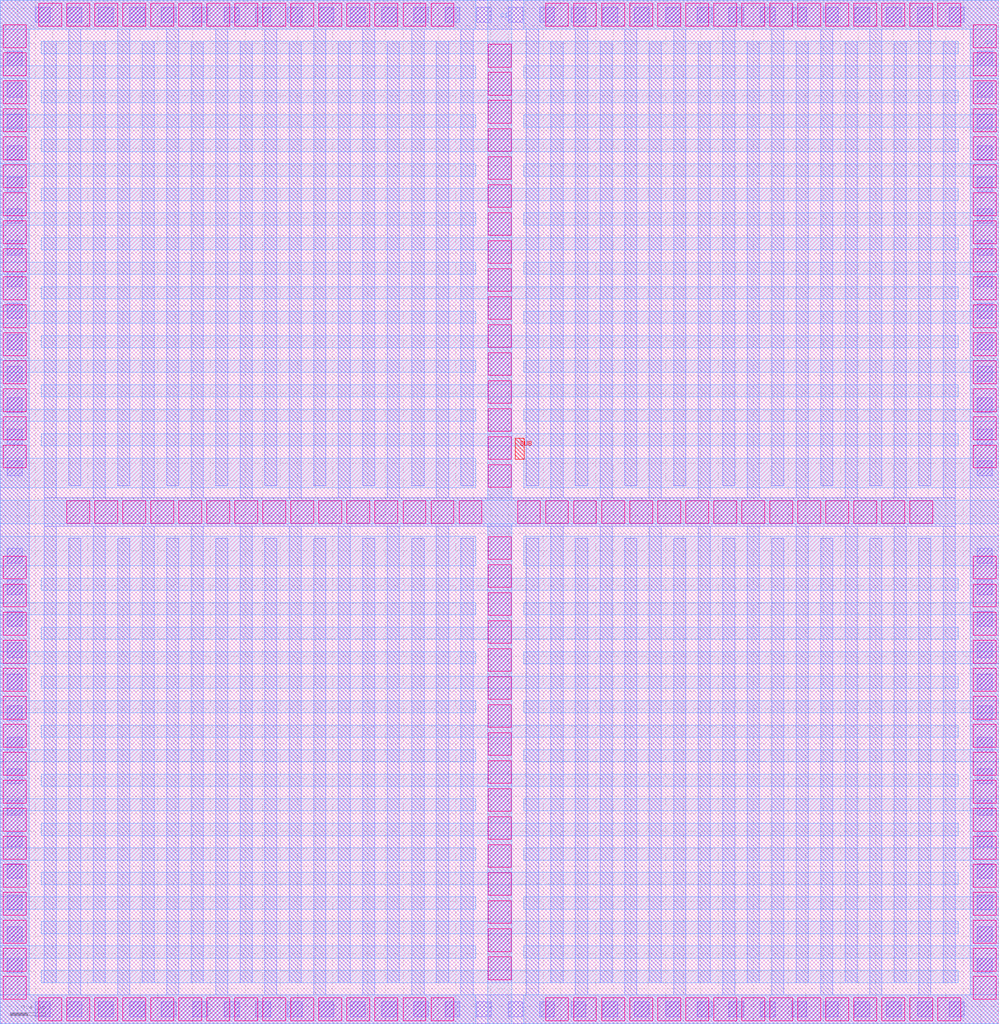
<source format=lef>
# Copyright 2020 The SkyWater PDK Authors
#
# Licensed under the Apache License, Version 2.0 (the "License");
# you may not use this file except in compliance with the License.
# You may obtain a copy of the License at
#
#     https://www.apache.org/licenses/LICENSE-2.0
#
# Unless required by applicable law or agreed to in writing, software
# distributed under the License is distributed on an "AS IS" BASIS,
# WITHOUT WARRANTIES OR CONDITIONS OF ANY KIND, either express or implied.
# See the License for the specific language governing permissions and
# limitations under the License.
#
# SPDX-License-Identifier: Apache-2.0

VERSION 5.7 ;
  NOWIREEXTENSIONATPIN ON ;
  DIVIDERCHAR "/" ;
  BUSBITCHARS "[]" ;
MACRO sky130_fd_pr__cap_vpp_11p5x11p7_m1m2_shieldl1
  CLASS BLOCK ;
  FOREIGN sky130_fd_pr__cap_vpp_11p5x11p7_m1m2_shieldl1 ;
  ORIGIN  0.000000  0.000000 ;
  SIZE  11.41000 BY  11.69000 ;
  PIN C0
    PORT
      LAYER met2 ;
        RECT  0.000000  0.000000  5.430000  0.330000 ;
        RECT  0.000000  0.330000  0.330000  0.750000 ;
        RECT  0.000000  0.750000  5.430000  0.890000 ;
        RECT  0.000000  0.890000  0.330000  1.310000 ;
        RECT  0.000000  1.310000  5.430000  1.450000 ;
        RECT  0.000000  1.450000  0.330000  1.870000 ;
        RECT  0.000000  1.870000  5.430000  2.010000 ;
        RECT  0.000000  2.010000  0.330000  2.430000 ;
        RECT  0.000000  2.430000  5.430000  2.570000 ;
        RECT  0.000000  2.570000  0.330000  2.990000 ;
        RECT  0.000000  2.990000  5.430000  3.130000 ;
        RECT  0.000000  3.130000  0.330000  3.550000 ;
        RECT  0.000000  3.550000  5.430000  3.690000 ;
        RECT  0.000000  3.690000  0.330000  4.110000 ;
        RECT  0.000000  4.110000  5.430000  4.250000 ;
        RECT  0.000000  4.250000  0.330000  4.670000 ;
        RECT  0.000000  4.670000  5.430000  4.810000 ;
        RECT  0.000000  4.810000  0.330000  5.230000 ;
        RECT  0.000000  5.230000  5.430000  5.570000 ;
        RECT  0.000000  6.120000  5.430000  6.460000 ;
        RECT  0.000000  6.460000  0.330000  6.880000 ;
        RECT  0.000000  6.880000  5.430000  7.020000 ;
        RECT  0.000000  7.020000  0.330000  7.440000 ;
        RECT  0.000000  7.440000  5.430000  7.580000 ;
        RECT  0.000000  7.580000  0.330000  8.000000 ;
        RECT  0.000000  8.000000  5.430000  8.140000 ;
        RECT  0.000000  8.140000  0.330000  8.560000 ;
        RECT  0.000000  8.560000  5.430000  8.700000 ;
        RECT  0.000000  8.700000  0.330000  9.120000 ;
        RECT  0.000000  9.120000  5.430000  9.260000 ;
        RECT  0.000000  9.260000  0.330000  9.680000 ;
        RECT  0.000000  9.680000  5.430000  9.820000 ;
        RECT  0.000000  9.820000  0.330000 10.240000 ;
        RECT  0.000000 10.240000  5.430000 10.380000 ;
        RECT  0.000000 10.380000  0.330000 10.800000 ;
        RECT  0.000000 10.800000  5.430000 10.940000 ;
        RECT  0.000000 10.940000  0.330000 11.360000 ;
        RECT  0.000000 11.360000  5.430000 11.690000 ;
        RECT  5.980000  0.000000 11.410000  0.330000 ;
        RECT  5.980000  0.750000 11.410000  0.890000 ;
        RECT  5.980000  1.310000 11.410000  1.450000 ;
        RECT  5.980000  1.870000 11.410000  2.010000 ;
        RECT  5.980000  2.430000 11.410000  2.570000 ;
        RECT  5.980000  2.990000 11.410000  3.130000 ;
        RECT  5.980000  3.550000 11.410000  3.690000 ;
        RECT  5.980000  4.110000 11.410000  4.250000 ;
        RECT  5.980000  4.670000 11.410000  4.810000 ;
        RECT  5.980000  5.230000 11.410000  5.570000 ;
        RECT  5.980000  6.120000 11.410000  6.460000 ;
        RECT  5.980000  6.880000 11.410000  7.020000 ;
        RECT  5.980000  7.440000 11.410000  7.580000 ;
        RECT  5.980000  8.000000 11.410000  8.140000 ;
        RECT  5.980000  8.560000 11.410000  8.700000 ;
        RECT  5.980000  9.120000 11.410000  9.260000 ;
        RECT  5.980000  9.680000 11.410000  9.820000 ;
        RECT  5.980000 10.240000 11.410000 10.380000 ;
        RECT  5.980000 10.800000 11.410000 10.940000 ;
        RECT  5.980000 11.360000 11.410000 11.690000 ;
        RECT 11.080000  0.330000 11.410000  0.750000 ;
        RECT 11.080000  0.890000 11.410000  1.310000 ;
        RECT 11.080000  1.450000 11.410000  1.870000 ;
        RECT 11.080000  2.010000 11.410000  2.430000 ;
        RECT 11.080000  2.570000 11.410000  2.990000 ;
        RECT 11.080000  3.130000 11.410000  3.550000 ;
        RECT 11.080000  3.690000 11.410000  4.110000 ;
        RECT 11.080000  4.250000 11.410000  4.670000 ;
        RECT 11.080000  4.810000 11.410000  5.230000 ;
        RECT 11.080000  6.460000 11.410000  6.880000 ;
        RECT 11.080000  7.020000 11.410000  7.440000 ;
        RECT 11.080000  7.580000 11.410000  8.000000 ;
        RECT 11.080000  8.140000 11.410000  8.560000 ;
        RECT 11.080000  8.700000 11.410000  9.120000 ;
        RECT 11.080000  9.260000 11.410000  9.680000 ;
        RECT 11.080000  9.820000 11.410000 10.240000 ;
        RECT 11.080000 10.380000 11.410000 10.800000 ;
        RECT 11.080000 10.940000 11.410000 11.360000 ;
    END
  END C0
  PIN C1
    PORT
      LAYER met2 ;
        RECT 0.000000  5.710000 11.410000  5.980000 ;
        RECT 0.470000  0.470000 10.940000  0.610000 ;
        RECT 0.470000  1.030000 10.940000  1.170000 ;
        RECT 0.470000  1.590000 10.940000  1.730000 ;
        RECT 0.470000  2.150000 10.940000  2.290000 ;
        RECT 0.470000  2.710000 10.940000  2.850000 ;
        RECT 0.470000  3.270000 10.940000  3.410000 ;
        RECT 0.470000  3.830000 10.940000  3.970000 ;
        RECT 0.470000  4.390000 10.940000  4.530000 ;
        RECT 0.470000  4.950000 10.940000  5.090000 ;
        RECT 0.470000  6.600000 10.940000  6.740000 ;
        RECT 0.470000  7.160000 10.940000  7.300000 ;
        RECT 0.470000  7.720000 10.940000  7.860000 ;
        RECT 0.470000  8.280000 10.940000  8.420000 ;
        RECT 0.470000  8.840000 10.940000  8.980000 ;
        RECT 0.470000  9.400000 10.940000  9.540000 ;
        RECT 0.470000  9.960000 10.940000 10.100000 ;
        RECT 0.470000 10.520000 10.940000 10.660000 ;
        RECT 0.470000 11.080000 10.940000 11.220000 ;
        RECT 5.570000  0.000000  5.840000  0.470000 ;
        RECT 5.570000  0.610000  5.840000  1.030000 ;
        RECT 5.570000  1.170000  5.840000  1.590000 ;
        RECT 5.570000  1.730000  5.840000  2.150000 ;
        RECT 5.570000  2.290000  5.840000  2.710000 ;
        RECT 5.570000  2.850000  5.840000  3.270000 ;
        RECT 5.570000  3.410000  5.840000  3.830000 ;
        RECT 5.570000  3.970000  5.840000  4.390000 ;
        RECT 5.570000  4.530000  5.840000  4.950000 ;
        RECT 5.570000  5.090000  5.840000  5.710000 ;
        RECT 5.570000  5.980000  5.840000  6.600000 ;
        RECT 5.570000  6.740000  5.840000  7.160000 ;
        RECT 5.570000  7.300000  5.840000  7.720000 ;
        RECT 5.570000  7.860000  5.840000  8.280000 ;
        RECT 5.570000  8.420000  5.840000  8.840000 ;
        RECT 5.570000  8.980000  5.840000  9.400000 ;
        RECT 5.570000  9.540000  5.840000  9.960000 ;
        RECT 5.570000 10.100000  5.840000 10.520000 ;
        RECT 5.570000 10.660000  5.840000 11.080000 ;
        RECT 5.570000 11.220000  5.840000 11.690000 ;
    END
  END C1
  PIN SUB
    PORT
      LAYER pwell ;
        RECT 5.880000 6.445000 5.985000 6.690000 ;
    END
  END SUB
  OBS
    LAYER li1 ;
      RECT 0.000000 0.000000 11.410000 11.690000 ;
    LAYER mcon ;
      RECT  0.080000  0.580000  0.250000  0.750000 ;
      RECT  0.080000  0.940000  0.250000  1.110000 ;
      RECT  0.080000  1.300000  0.250000  1.470000 ;
      RECT  0.080000  1.660000  0.250000  1.830000 ;
      RECT  0.080000  2.020000  0.250000  2.190000 ;
      RECT  0.080000  2.380000  0.250000  2.550000 ;
      RECT  0.080000  2.740000  0.250000  2.910000 ;
      RECT  0.080000  3.100000  0.250000  3.270000 ;
      RECT  0.080000  3.460000  0.250000  3.630000 ;
      RECT  0.080000  3.820000  0.250000  3.990000 ;
      RECT  0.080000  4.180000  0.250000  4.350000 ;
      RECT  0.080000  4.540000  0.250000  4.710000 ;
      RECT  0.080000  4.900000  0.250000  5.070000 ;
      RECT  0.080000  5.260000  0.250000  5.430000 ;
      RECT  0.080000  6.260000  0.250000  6.430000 ;
      RECT  0.080000  6.620000  0.250000  6.790000 ;
      RECT  0.080000  6.980000  0.250000  7.150000 ;
      RECT  0.080000  7.340000  0.250000  7.510000 ;
      RECT  0.080000  7.700000  0.250000  7.870000 ;
      RECT  0.080000  8.060000  0.250000  8.230000 ;
      RECT  0.080000  8.420000  0.250000  8.590000 ;
      RECT  0.080000  8.780000  0.250000  8.950000 ;
      RECT  0.080000  9.140000  0.250000  9.310000 ;
      RECT  0.080000  9.500000  0.250000  9.670000 ;
      RECT  0.080000  9.860000  0.250000 10.030000 ;
      RECT  0.080000 10.220000  0.250000 10.390000 ;
      RECT  0.080000 10.580000  0.250000 10.750000 ;
      RECT  0.080000 10.940000  0.250000 11.110000 ;
      RECT  0.400000  0.080000  0.570000  0.250000 ;
      RECT  0.400000 11.440000  0.570000 11.610000 ;
      RECT  0.760000  0.080000  0.930000  0.250000 ;
      RECT  0.760000 11.440000  0.930000 11.610000 ;
      RECT  1.120000  0.080000  1.290000  0.250000 ;
      RECT  1.120000 11.440000  1.290000 11.610000 ;
      RECT  1.480000  0.080000  1.650000  0.250000 ;
      RECT  1.480000 11.440000  1.650000 11.610000 ;
      RECT  1.840000  0.080000  2.010000  0.250000 ;
      RECT  1.840000 11.440000  2.010000 11.610000 ;
      RECT  2.200000  0.080000  2.370000  0.250000 ;
      RECT  2.200000 11.440000  2.370000 11.610000 ;
      RECT  2.560000  0.080000  2.730000  0.250000 ;
      RECT  2.560000 11.440000  2.730000 11.610000 ;
      RECT  2.920000  0.080000  3.090000  0.250000 ;
      RECT  2.920000 11.440000  3.090000 11.610000 ;
      RECT  3.280000  0.080000  3.450000  0.250000 ;
      RECT  3.280000 11.440000  3.450000 11.610000 ;
      RECT  3.640000  0.080000  3.810000  0.250000 ;
      RECT  3.640000 11.440000  3.810000 11.610000 ;
      RECT  4.000000  0.080000  4.170000  0.250000 ;
      RECT  4.000000 11.440000  4.170000 11.610000 ;
      RECT  4.360000  0.080000  4.530000  0.250000 ;
      RECT  4.360000 11.440000  4.530000 11.610000 ;
      RECT  4.720000  0.080000  4.890000  0.250000 ;
      RECT  4.720000 11.440000  4.890000 11.610000 ;
      RECT  5.080000  0.080000  5.250000  0.250000 ;
      RECT  5.080000 11.440000  5.250000 11.610000 ;
      RECT  5.440000  0.080000  5.610000  0.250000 ;
      RECT  5.440000 11.440000  5.610000 11.610000 ;
      RECT  5.800000  0.080000  5.970000  0.250000 ;
      RECT  5.800000 11.440000  5.970000 11.610000 ;
      RECT  6.160000  0.080000  6.330000  0.250000 ;
      RECT  6.160000 11.440000  6.330000 11.610000 ;
      RECT  6.520000  0.080000  6.690000  0.250000 ;
      RECT  6.520000 11.440000  6.690000 11.610000 ;
      RECT  6.880000  0.080000  7.050000  0.250000 ;
      RECT  6.880000 11.440000  7.050000 11.610000 ;
      RECT  7.240000  0.080000  7.410000  0.250000 ;
      RECT  7.240000 11.440000  7.410000 11.610000 ;
      RECT  7.600000  0.080000  7.770000  0.250000 ;
      RECT  7.600000 11.440000  7.770000 11.610000 ;
      RECT  7.960000  0.080000  8.130000  0.250000 ;
      RECT  7.960000 11.440000  8.130000 11.610000 ;
      RECT  8.320000  0.080000  8.490000  0.250000 ;
      RECT  8.320000 11.440000  8.490000 11.610000 ;
      RECT  8.680000  0.080000  8.850000  0.250000 ;
      RECT  8.680000 11.440000  8.850000 11.610000 ;
      RECT  9.040000  0.080000  9.210000  0.250000 ;
      RECT  9.040000 11.440000  9.210000 11.610000 ;
      RECT  9.400000  0.080000  9.570000  0.250000 ;
      RECT  9.400000 11.440000  9.570000 11.610000 ;
      RECT  9.760000  0.080000  9.930000  0.250000 ;
      RECT  9.760000 11.440000  9.930000 11.610000 ;
      RECT 10.120000  0.080000 10.290000  0.250000 ;
      RECT 10.120000 11.440000 10.290000 11.610000 ;
      RECT 10.480000  0.080000 10.650000  0.250000 ;
      RECT 10.480000 11.440000 10.650000 11.610000 ;
      RECT 10.840000  0.080000 11.010000  0.250000 ;
      RECT 10.840000 11.440000 11.010000 11.610000 ;
      RECT 11.160000  0.580000 11.330000  0.750000 ;
      RECT 11.160000  0.940000 11.330000  1.110000 ;
      RECT 11.160000  1.300000 11.330000  1.470000 ;
      RECT 11.160000  1.660000 11.330000  1.830000 ;
      RECT 11.160000  2.020000 11.330000  2.190000 ;
      RECT 11.160000  2.380000 11.330000  2.550000 ;
      RECT 11.160000  2.740000 11.330000  2.910000 ;
      RECT 11.160000  3.100000 11.330000  3.270000 ;
      RECT 11.160000  3.460000 11.330000  3.630000 ;
      RECT 11.160000  3.820000 11.330000  3.990000 ;
      RECT 11.160000  4.180000 11.330000  4.350000 ;
      RECT 11.160000  4.540000 11.330000  4.710000 ;
      RECT 11.160000  4.900000 11.330000  5.070000 ;
      RECT 11.160000  5.260000 11.330000  5.430000 ;
      RECT 11.160000  6.260000 11.330000  6.430000 ;
      RECT 11.160000  6.620000 11.330000  6.790000 ;
      RECT 11.160000  6.980000 11.330000  7.150000 ;
      RECT 11.160000  7.340000 11.330000  7.510000 ;
      RECT 11.160000  7.700000 11.330000  7.870000 ;
      RECT 11.160000  8.060000 11.330000  8.230000 ;
      RECT 11.160000  8.420000 11.330000  8.590000 ;
      RECT 11.160000  8.780000 11.330000  8.950000 ;
      RECT 11.160000  9.140000 11.330000  9.310000 ;
      RECT 11.160000  9.500000 11.330000  9.670000 ;
      RECT 11.160000  9.860000 11.330000 10.030000 ;
      RECT 11.160000 10.220000 11.330000 10.390000 ;
      RECT 11.160000 10.580000 11.330000 10.750000 ;
      RECT 11.160000 10.940000 11.330000 11.110000 ;
    LAYER met1 ;
      RECT  0.000000  0.000000 11.410000  0.330000 ;
      RECT  0.000000  0.330000  0.330000 11.360000 ;
      RECT  0.000000 11.360000 11.410000 11.690000 ;
      RECT  0.500000  0.470000  0.640000  5.685000 ;
      RECT  0.500000  5.685000 10.910000  6.005000 ;
      RECT  0.500000  6.005000  0.640000 11.220000 ;
      RECT  0.780000  0.330000  0.920000  5.545000 ;
      RECT  0.780000  6.145000  0.920000 11.360000 ;
      RECT  1.060000  0.470000  1.200000  5.685000 ;
      RECT  1.060000  6.005000  1.200000 11.220000 ;
      RECT  1.340000  0.330000  1.480000  5.545000 ;
      RECT  1.340000  6.145000  1.480000 11.360000 ;
      RECT  1.620000  0.470000  1.760000  5.685000 ;
      RECT  1.620000  6.005000  1.760000 11.220000 ;
      RECT  1.900000  0.330000  2.040000  5.545000 ;
      RECT  1.900000  6.145000  2.040000 11.360000 ;
      RECT  2.180000  0.470000  2.320000  5.685000 ;
      RECT  2.180000  6.005000  2.320000 11.220000 ;
      RECT  2.460000  0.330000  2.600000  5.545000 ;
      RECT  2.460000  6.145000  2.600000 11.360000 ;
      RECT  2.740000  0.470000  2.880000  5.685000 ;
      RECT  2.740000  6.005000  2.880000 11.220000 ;
      RECT  3.020000  0.330000  3.160000  5.545000 ;
      RECT  3.020000  6.145000  3.160000 11.360000 ;
      RECT  3.300000  0.470000  3.440000  5.685000 ;
      RECT  3.300000  6.005000  3.440000 11.220000 ;
      RECT  3.580000  0.330000  3.720000  5.545000 ;
      RECT  3.580000  6.145000  3.720000 11.360000 ;
      RECT  3.860000  0.470000  4.000000  5.685000 ;
      RECT  3.860000  6.005000  4.000000 11.220000 ;
      RECT  4.140000  0.330000  4.280000  5.545000 ;
      RECT  4.140000  6.145000  4.280000 11.360000 ;
      RECT  4.420000  0.470000  4.560000  5.685000 ;
      RECT  4.420000  6.005000  4.560000 11.220000 ;
      RECT  4.700000  0.330000  4.840000  5.545000 ;
      RECT  4.700000  6.145000  4.840000 11.360000 ;
      RECT  4.980000  0.470000  5.120000  5.685000 ;
      RECT  4.980000  6.005000  5.120000 11.220000 ;
      RECT  5.260000  0.330000  5.400000  5.545000 ;
      RECT  5.260000  6.145000  5.400000 11.360000 ;
      RECT  5.570000  0.470000  5.840000  5.685000 ;
      RECT  5.570000  6.005000  5.840000 11.220000 ;
      RECT  6.010000  0.330000  6.150000  5.545000 ;
      RECT  6.010000  6.145000  6.150000 11.360000 ;
      RECT  6.290000  0.470000  6.430000  5.685000 ;
      RECT  6.290000  6.005000  6.430000 11.220000 ;
      RECT  6.570000  0.330000  6.710000  5.545000 ;
      RECT  6.570000  6.145000  6.710000 11.360000 ;
      RECT  6.850000  0.470000  6.990000  5.685000 ;
      RECT  6.850000  6.005000  6.990000 11.220000 ;
      RECT  7.130000  0.330000  7.270000  5.545000 ;
      RECT  7.130000  6.145000  7.270000 11.360000 ;
      RECT  7.410000  0.470000  7.550000  5.685000 ;
      RECT  7.410000  6.005000  7.550000 11.220000 ;
      RECT  7.690000  0.330000  7.830000  5.545000 ;
      RECT  7.690000  6.145000  7.830000 11.360000 ;
      RECT  7.970000  0.470000  8.110000  5.685000 ;
      RECT  7.970000  6.005000  8.110000 11.220000 ;
      RECT  8.250000  0.330000  8.390000  5.545000 ;
      RECT  8.250000  6.145000  8.390000 11.360000 ;
      RECT  8.530000  0.470000  8.670000  5.685000 ;
      RECT  8.530000  6.005000  8.670000 11.220000 ;
      RECT  8.810000  0.330000  8.950000  5.545000 ;
      RECT  8.810000  6.145000  8.950000 11.360000 ;
      RECT  9.090000  0.470000  9.230000  5.685000 ;
      RECT  9.090000  6.005000  9.230000 11.220000 ;
      RECT  9.370000  0.330000  9.510000  5.545000 ;
      RECT  9.370000  6.145000  9.510000 11.360000 ;
      RECT  9.650000  0.470000  9.790000  5.685000 ;
      RECT  9.650000  6.005000  9.790000 11.220000 ;
      RECT  9.930000  0.330000 10.070000  5.545000 ;
      RECT  9.930000  6.145000 10.070000 11.360000 ;
      RECT 10.210000  0.470000 10.350000  5.685000 ;
      RECT 10.210000  6.005000 10.350000 11.220000 ;
      RECT 10.490000  0.330000 10.630000  5.545000 ;
      RECT 10.490000  6.145000 10.630000 11.360000 ;
      RECT 10.770000  0.470000 10.910000  5.685000 ;
      RECT 10.770000  6.005000 10.910000 11.220000 ;
      RECT 11.080000  0.330000 11.410000 11.360000 ;
    LAYER via ;
      RECT  0.035000  0.280000  0.295000  0.540000 ;
      RECT  0.035000  0.600000  0.295000  0.860000 ;
      RECT  0.035000  0.920000  0.295000  1.180000 ;
      RECT  0.035000  1.240000  0.295000  1.500000 ;
      RECT  0.035000  1.560000  0.295000  1.820000 ;
      RECT  0.035000  1.880000  0.295000  2.140000 ;
      RECT  0.035000  2.200000  0.295000  2.460000 ;
      RECT  0.035000  2.520000  0.295000  2.780000 ;
      RECT  0.035000  2.840000  0.295000  3.100000 ;
      RECT  0.035000  3.160000  0.295000  3.420000 ;
      RECT  0.035000  3.480000  0.295000  3.740000 ;
      RECT  0.035000  3.800000  0.295000  4.060000 ;
      RECT  0.035000  4.120000  0.295000  4.380000 ;
      RECT  0.035000  4.440000  0.295000  4.700000 ;
      RECT  0.035000  4.760000  0.295000  5.020000 ;
      RECT  0.035000  5.080000  0.295000  5.340000 ;
      RECT  0.035000  6.350000  0.295000  6.610000 ;
      RECT  0.035000  6.670000  0.295000  6.930000 ;
      RECT  0.035000  6.990000  0.295000  7.250000 ;
      RECT  0.035000  7.310000  0.295000  7.570000 ;
      RECT  0.035000  7.630000  0.295000  7.890000 ;
      RECT  0.035000  7.950000  0.295000  8.210000 ;
      RECT  0.035000  8.270000  0.295000  8.530000 ;
      RECT  0.035000  8.590000  0.295000  8.850000 ;
      RECT  0.035000  8.910000  0.295000  9.170000 ;
      RECT  0.035000  9.230000  0.295000  9.490000 ;
      RECT  0.035000  9.550000  0.295000  9.810000 ;
      RECT  0.035000  9.870000  0.295000 10.130000 ;
      RECT  0.035000 10.190000  0.295000 10.450000 ;
      RECT  0.035000 10.510000  0.295000 10.770000 ;
      RECT  0.035000 10.830000  0.295000 11.090000 ;
      RECT  0.035000 11.150000  0.295000 11.410000 ;
      RECT  0.440000  0.035000  0.700000  0.295000 ;
      RECT  0.440000 11.395000  0.700000 11.655000 ;
      RECT  0.760000  0.035000  1.020000  0.295000 ;
      RECT  0.760000  5.715000  1.020000  5.975000 ;
      RECT  0.760000 11.395000  1.020000 11.655000 ;
      RECT  1.080000  0.035000  1.340000  0.295000 ;
      RECT  1.080000  5.715000  1.340000  5.975000 ;
      RECT  1.080000 11.395000  1.340000 11.655000 ;
      RECT  1.400000  0.035000  1.660000  0.295000 ;
      RECT  1.400000  5.715000  1.660000  5.975000 ;
      RECT  1.400000 11.395000  1.660000 11.655000 ;
      RECT  1.720000  0.035000  1.980000  0.295000 ;
      RECT  1.720000  5.715000  1.980000  5.975000 ;
      RECT  1.720000 11.395000  1.980000 11.655000 ;
      RECT  2.040000  0.035000  2.300000  0.295000 ;
      RECT  2.040000  5.715000  2.300000  5.975000 ;
      RECT  2.040000 11.395000  2.300000 11.655000 ;
      RECT  2.360000  0.035000  2.620000  0.295000 ;
      RECT  2.360000  5.715000  2.620000  5.975000 ;
      RECT  2.360000 11.395000  2.620000 11.655000 ;
      RECT  2.680000  0.035000  2.940000  0.295000 ;
      RECT  2.680000  5.715000  2.940000  5.975000 ;
      RECT  2.680000 11.395000  2.940000 11.655000 ;
      RECT  3.000000  0.035000  3.260000  0.295000 ;
      RECT  3.000000  5.715000  3.260000  5.975000 ;
      RECT  3.000000 11.395000  3.260000 11.655000 ;
      RECT  3.320000  0.035000  3.580000  0.295000 ;
      RECT  3.320000  5.715000  3.580000  5.975000 ;
      RECT  3.320000 11.395000  3.580000 11.655000 ;
      RECT  3.640000  0.035000  3.900000  0.295000 ;
      RECT  3.640000  5.715000  3.900000  5.975000 ;
      RECT  3.640000 11.395000  3.900000 11.655000 ;
      RECT  3.960000  0.035000  4.220000  0.295000 ;
      RECT  3.960000  5.715000  4.220000  5.975000 ;
      RECT  3.960000 11.395000  4.220000 11.655000 ;
      RECT  4.280000  0.035000  4.540000  0.295000 ;
      RECT  4.280000  5.715000  4.540000  5.975000 ;
      RECT  4.280000 11.395000  4.540000 11.655000 ;
      RECT  4.600000  0.035000  4.860000  0.295000 ;
      RECT  4.600000  5.715000  4.860000  5.975000 ;
      RECT  4.600000 11.395000  4.860000 11.655000 ;
      RECT  4.920000  0.035000  5.180000  0.295000 ;
      RECT  4.920000  5.715000  5.180000  5.975000 ;
      RECT  4.920000 11.395000  5.180000 11.655000 ;
      RECT  5.240000  5.715000  5.500000  5.975000 ;
      RECT  5.575000  0.505000  5.835000  0.765000 ;
      RECT  5.575000  0.825000  5.835000  1.085000 ;
      RECT  5.575000  1.145000  5.835000  1.405000 ;
      RECT  5.575000  1.465000  5.835000  1.725000 ;
      RECT  5.575000  1.785000  5.835000  2.045000 ;
      RECT  5.575000  2.105000  5.835000  2.365000 ;
      RECT  5.575000  2.425000  5.835000  2.685000 ;
      RECT  5.575000  2.745000  5.835000  3.005000 ;
      RECT  5.575000  3.065000  5.835000  3.325000 ;
      RECT  5.575000  3.385000  5.835000  3.645000 ;
      RECT  5.575000  3.705000  5.835000  3.965000 ;
      RECT  5.575000  4.025000  5.835000  4.285000 ;
      RECT  5.575000  4.345000  5.835000  4.605000 ;
      RECT  5.575000  4.665000  5.835000  4.925000 ;
      RECT  5.575000  4.985000  5.835000  5.245000 ;
      RECT  5.575000  5.305000  5.835000  5.565000 ;
      RECT  5.575000  6.125000  5.835000  6.385000 ;
      RECT  5.575000  6.445000  5.835000  6.705000 ;
      RECT  5.575000  6.765000  5.835000  7.025000 ;
      RECT  5.575000  7.085000  5.835000  7.345000 ;
      RECT  5.575000  7.405000  5.835000  7.665000 ;
      RECT  5.575000  7.725000  5.835000  7.985000 ;
      RECT  5.575000  8.045000  5.835000  8.305000 ;
      RECT  5.575000  8.365000  5.835000  8.625000 ;
      RECT  5.575000  8.685000  5.835000  8.945000 ;
      RECT  5.575000  9.005000  5.835000  9.265000 ;
      RECT  5.575000  9.325000  5.835000  9.585000 ;
      RECT  5.575000  9.645000  5.835000  9.905000 ;
      RECT  5.575000  9.965000  5.835000 10.225000 ;
      RECT  5.575000 10.285000  5.835000 10.545000 ;
      RECT  5.575000 10.605000  5.835000 10.865000 ;
      RECT  5.575000 10.925000  5.835000 11.185000 ;
      RECT  5.910000  5.715000  6.170000  5.975000 ;
      RECT  6.230000  0.035000  6.490000  0.295000 ;
      RECT  6.230000  5.715000  6.490000  5.975000 ;
      RECT  6.230000 11.395000  6.490000 11.655000 ;
      RECT  6.550000  0.035000  6.810000  0.295000 ;
      RECT  6.550000  5.715000  6.810000  5.975000 ;
      RECT  6.550000 11.395000  6.810000 11.655000 ;
      RECT  6.870000  0.035000  7.130000  0.295000 ;
      RECT  6.870000  5.715000  7.130000  5.975000 ;
      RECT  6.870000 11.395000  7.130000 11.655000 ;
      RECT  7.190000  0.035000  7.450000  0.295000 ;
      RECT  7.190000  5.715000  7.450000  5.975000 ;
      RECT  7.190000 11.395000  7.450000 11.655000 ;
      RECT  7.510000  0.035000  7.770000  0.295000 ;
      RECT  7.510000  5.715000  7.770000  5.975000 ;
      RECT  7.510000 11.395000  7.770000 11.655000 ;
      RECT  7.830000  0.035000  8.090000  0.295000 ;
      RECT  7.830000  5.715000  8.090000  5.975000 ;
      RECT  7.830000 11.395000  8.090000 11.655000 ;
      RECT  8.150000  0.035000  8.410000  0.295000 ;
      RECT  8.150000  5.715000  8.410000  5.975000 ;
      RECT  8.150000 11.395000  8.410000 11.655000 ;
      RECT  8.470000  0.035000  8.730000  0.295000 ;
      RECT  8.470000  5.715000  8.730000  5.975000 ;
      RECT  8.470000 11.395000  8.730000 11.655000 ;
      RECT  8.790000  0.035000  9.050000  0.295000 ;
      RECT  8.790000  5.715000  9.050000  5.975000 ;
      RECT  8.790000 11.395000  9.050000 11.655000 ;
      RECT  9.110000  0.035000  9.370000  0.295000 ;
      RECT  9.110000  5.715000  9.370000  5.975000 ;
      RECT  9.110000 11.395000  9.370000 11.655000 ;
      RECT  9.430000  0.035000  9.690000  0.295000 ;
      RECT  9.430000  5.715000  9.690000  5.975000 ;
      RECT  9.430000 11.395000  9.690000 11.655000 ;
      RECT  9.750000  0.035000 10.010000  0.295000 ;
      RECT  9.750000  5.715000 10.010000  5.975000 ;
      RECT  9.750000 11.395000 10.010000 11.655000 ;
      RECT 10.070000  0.035000 10.330000  0.295000 ;
      RECT 10.070000  5.715000 10.330000  5.975000 ;
      RECT 10.070000 11.395000 10.330000 11.655000 ;
      RECT 10.390000  0.035000 10.650000  0.295000 ;
      RECT 10.390000  5.715000 10.650000  5.975000 ;
      RECT 10.390000 11.395000 10.650000 11.655000 ;
      RECT 10.710000  0.035000 10.970000  0.295000 ;
      RECT 10.710000 11.395000 10.970000 11.655000 ;
      RECT 11.115000  0.280000 11.375000  0.540000 ;
      RECT 11.115000  0.600000 11.375000  0.860000 ;
      RECT 11.115000  0.920000 11.375000  1.180000 ;
      RECT 11.115000  1.240000 11.375000  1.500000 ;
      RECT 11.115000  1.560000 11.375000  1.820000 ;
      RECT 11.115000  1.880000 11.375000  2.140000 ;
      RECT 11.115000  2.200000 11.375000  2.460000 ;
      RECT 11.115000  2.520000 11.375000  2.780000 ;
      RECT 11.115000  2.840000 11.375000  3.100000 ;
      RECT 11.115000  3.160000 11.375000  3.420000 ;
      RECT 11.115000  3.480000 11.375000  3.740000 ;
      RECT 11.115000  3.800000 11.375000  4.060000 ;
      RECT 11.115000  4.120000 11.375000  4.380000 ;
      RECT 11.115000  4.440000 11.375000  4.700000 ;
      RECT 11.115000  4.760000 11.375000  5.020000 ;
      RECT 11.115000  5.080000 11.375000  5.340000 ;
      RECT 11.115000  6.350000 11.375000  6.610000 ;
      RECT 11.115000  6.670000 11.375000  6.930000 ;
      RECT 11.115000  6.990000 11.375000  7.250000 ;
      RECT 11.115000  7.310000 11.375000  7.570000 ;
      RECT 11.115000  7.630000 11.375000  7.890000 ;
      RECT 11.115000  7.950000 11.375000  8.210000 ;
      RECT 11.115000  8.270000 11.375000  8.530000 ;
      RECT 11.115000  8.590000 11.375000  8.850000 ;
      RECT 11.115000  8.910000 11.375000  9.170000 ;
      RECT 11.115000  9.230000 11.375000  9.490000 ;
      RECT 11.115000  9.550000 11.375000  9.810000 ;
      RECT 11.115000  9.870000 11.375000 10.130000 ;
      RECT 11.115000 10.190000 11.375000 10.450000 ;
      RECT 11.115000 10.510000 11.375000 10.770000 ;
      RECT 11.115000 10.830000 11.375000 11.090000 ;
      RECT 11.115000 11.150000 11.375000 11.410000 ;
  END
END sky130_fd_pr__cap_vpp_11p5x11p7_m1m2_shieldl1
END LIBRARY

</source>
